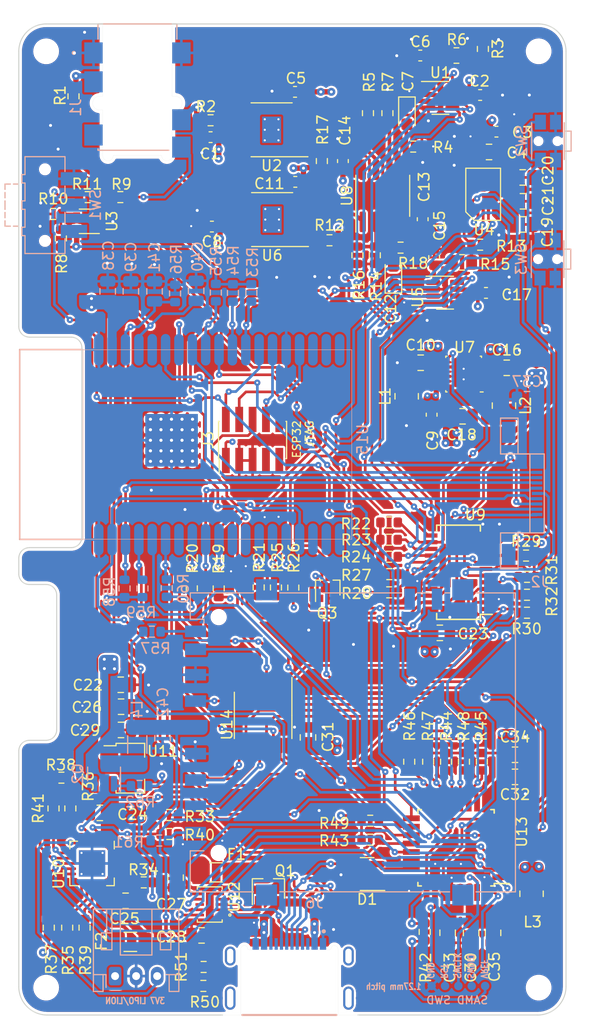
<source format=kicad_pcb>
(kicad_pcb (version 20221018) (generator pcbnew)

  (general
    (thickness 1.566672)
  )

  (paper "A4")
  (layers
    (0 "F.Cu" signal)
    (1 "In1.Cu" signal)
    (2 "In2.Cu" signal)
    (31 "B.Cu" signal)
    (32 "B.Adhes" user "B.Adhesive")
    (33 "F.Adhes" user "F.Adhesive")
    (34 "B.Paste" user)
    (35 "F.Paste" user)
    (36 "B.SilkS" user "B.Silkscreen")
    (37 "F.SilkS" user "F.Silkscreen")
    (38 "B.Mask" user)
    (39 "F.Mask" user)
    (40 "Dwgs.User" user "User.Drawings")
    (41 "Cmts.User" user "User.Comments")
    (42 "Eco1.User" user "User.Eco1")
    (43 "Eco2.User" user "User.Eco2")
    (44 "Edge.Cuts" user)
    (45 "Margin" user)
    (46 "B.CrtYd" user "B.Courtyard")
    (47 "F.CrtYd" user "F.Courtyard")
    (48 "B.Fab" user)
    (49 "F.Fab" user)
    (50 "User.1" user)
    (51 "User.2" user)
    (52 "User.3" user)
    (53 "User.4" user)
    (54 "User.5" user)
    (55 "User.6" user)
    (56 "User.7" user)
    (57 "User.8" user)
    (58 "User.9" user)
  )

  (setup
    (stackup
      (layer "F.SilkS" (type "Top Silk Screen") (color "White"))
      (layer "F.Paste" (type "Top Solder Paste"))
      (layer "F.Mask" (type "Top Solder Mask") (color "Purple") (thickness 0.0254))
      (layer "F.Cu" (type "copper") (thickness 0.04318))
      (layer "dielectric 1" (type "prepreg") (thickness 0.202184) (material "FR408-HR") (epsilon_r 3.69) (loss_tangent 0.0091))
      (layer "In1.Cu" (type "copper") (thickness 0.017272))
      (layer "dielectric 2" (type "core") (thickness 0.9906) (material "FR408-HR") (epsilon_r 3.69) (loss_tangent 0.0091))
      (layer "In2.Cu" (type "copper") (thickness 0.017272))
      (layer "dielectric 3" (type "prepreg") (thickness 0.202184) (material "FR408-HR") (epsilon_r 3.69) (loss_tangent 0.0091))
      (layer "B.Cu" (type "copper") (thickness 0.04318))
      (layer "B.Mask" (type "Bottom Solder Mask") (color "Purple") (thickness 0.0254))
      (layer "B.Paste" (type "Bottom Solder Paste"))
      (layer "B.SilkS" (type "Bottom Silk Screen") (color "White"))
      (copper_finish "ENIG")
      (dielectric_constraints no)
    )
    (pad_to_mask_clearance 0.0508)
    (aux_axis_origin 117.25 51)
    (grid_origin 117.25 51)
    (pcbplotparams
      (layerselection 0x00010fc_ffffffff)
      (plot_on_all_layers_selection 0x0000000_00000000)
      (disableapertmacros false)
      (usegerberextensions true)
      (usegerberattributes true)
      (usegerberadvancedattributes true)
      (creategerberjobfile true)
      (dashed_line_dash_ratio 12.000000)
      (dashed_line_gap_ratio 3.000000)
      (svgprecision 6)
      (plotframeref false)
      (viasonmask false)
      (mode 1)
      (useauxorigin false)
      (hpglpennumber 1)
      (hpglpenspeed 20)
      (hpglpendiameter 15.000000)
      (dxfpolygonmode true)
      (dxfimperialunits true)
      (dxfusepcbnewfont true)
      (psnegative false)
      (psa4output false)
      (plotreference true)
      (plotvalue true)
      (plotinvisibletext false)
      (sketchpadsonfab false)
      (subtractmaskfromsilk false)
      (outputformat 1)
      (mirror false)
      (drillshape 0)
      (scaleselection 1)
      (outputdirectory "gerbers")
    )
  )

  (net 0 "")
  (net 1 "GND")
  (net 2 "/ESP_EN")
  (net 3 "BAT_LEVEL")
  (net 4 "SYS_POWER")
  (net 5 "USB.DP")
  (net 6 "USB.DN")
  (net 7 "~{3.5mm_DETECT}")
  (net 8 "/JTAG.TMS")
  (net 9 "/JTAG.TCK")
  (net 10 "/JTAG.TDO")
  (net 11 "/JTAG.TDI")
  (net 12 "/SWD.SWDIO")
  (net 13 "/SWD.SWCLK")
  (net 14 "/SWD.RESET")
  (net 15 "/Power/NTC")
  (net 16 "~{CHG_PWR_OK}")
  (net 17 "I2C.SCL")
  (net 18 "/Power/VBUS_RAW")
  (net 19 "I2C.SDA")
  (net 20 "ESP_SPI.PICO")
  (net 21 "/Peripherals/~{DISPLAY_RST}")
  (net 22 "ESP_SPI.SCLK")
  (net 23 "ESP_SPI.DISPLAY_CS")
  (net 24 "DISPLAY_LED_EN")
  (net 25 "DAC.SCK")
  (net 26 "/ESP_BOOT")
  (net 27 "~{SD_VDD_EN}")
  (net 28 "/UART.ESP.TX")
  (net 29 "ESP_SPI.POCI")
  (net 30 "DAC.DATA")
  (net 31 "DAC.BCK")
  (net 32 "ESP_SPI.SD_CS")
  (net 33 "DAC.LRCK")
  (net 34 "SAMD_SPI.POCI")
  (net 35 "/UART.ESP.RX")
  (net 36 "SAMD_SPI.CS")
  (net 37 "SAMD_SPI.PICO")
  (net 38 "/~{SAMD_INT}")
  (net 39 "SAMD_SPI.SCLK")
  (net 40 "CHG_SEL")
  (net 41 "AMP_EN")
  (net 42 "/Power/VBUS_SWITCHED")
  (net 43 "~{GPIO_INT}")
  (net 44 "USB_TCC0")
  (net 45 "USB_TCC1")
  (net 46 "KEY_LOCK")
  (net 47 "CHG_STAT1")
  (net 48 "CHG_STAT2")
  (net 49 "~{TOUCH_INT}")
  (net 50 "DISPLAY_DR")
  (net 51 "+3V3")
  (net 52 "+5VA")
  (net 53 "-5VA")
  (net 54 "KEY_VOL_UP")
  (net 55 "Net-(J7-Pin_1)")
  (net 56 "Net-(J1-Pad2)")
  (net 57 "Net-(J1-Pad3)")
  (net 58 "/Audio/TIP_SW")
  (net 59 "KEY_VOL_DOWN")
  (net 60 "Net-(J4-CD{slash}DAT3)")
  (net 61 "Net-(J4-CMD)")
  (net 62 "Net-(J4-CLK)")
  (net 63 "Net-(J4-DAT0)")
  (net 64 "Net-(J4-DAT1)")
  (net 65 "Net-(J4-DAT2)")
  (net 66 "unconnected-(J1-Pad6)")
  (net 67 "/Power/CC1")
  (net 68 "/Power/CC2")
  (net 69 "Net-(U1-A)")
  (net 70 "Net-(U1-W)")
  (net 71 "Net-(U8B-+)")
  (net 72 "Net-(U5-W)")
  (net 73 "Net-(U8A-+)")
  (net 74 "Net-(U5-A)")
  (net 75 "Net-(U4-VQ)")
  (net 76 "Net-(U4-FIL+)")
  (net 77 "Net-(U10-V_{BAT_SENSE})")
  (net 78 "~{VOL_ZCEN}")
  (net 79 "VOL_UP_~{DOWN}")
  (net 80 "~{VOL_R_CS}")
  (net 81 "~{VOL_L_CS}")
  (net 82 "Net-(U13-VDDCORE)")
  (net 83 "unconnected-(J3-UART_TX-Pad7)")
  (net 84 "unconnected-(J3-UART_RX-Pad9)")
  (net 85 "unconnected-(J3-nRst-Pad10)")
  (net 86 "unconnected-(J6-SBU1-PadA8)")
  (net 87 "unconnected-(J6-SBU2-PadB8)")
  (net 88 "Net-(#FLG0202-pwr)")
  (net 89 "Net-(U7-SWN)")
  (net 90 "Net-(U7-SWP)")
  (net 91 "Net-(Q2-D)")
  (net 92 "Net-(Q1-G)")
  (net 93 "Net-(U6-OUT)")
  (net 94 "Net-(U2-OUT)")
  (net 95 "Net-(U4-AOUTL)")
  (net 96 "Net-(U8B--)")
  (net 97 "Net-(U3--)")
  (net 98 "Net-(U3-+)")
  (net 99 "Net-(U6-BW)")
  (net 100 "Net-(U4-AOUTR)")
  (net 101 "Net-(U8A--)")
  (net 102 "Net-(U2-BW)")
  (net 103 "Net-(U14E-~{OE})")
  (net 104 "Net-(U14E-S)")
  (net 105 "Net-(U10-VPCC)")
  (net 106 "Net-(U10-CE)")
  (net 107 "Net-(U10-PROG3)")
  (net 108 "Net-(U10-PROG2)")
  (net 109 "Net-(U10-PROG1)")
  (net 110 "unconnected-(SW1-A-Pad1)")
  (net 111 "unconnected-(U2-NC-Pad2)")
  (net 112 "Net-(U2-IN)")
  (net 113 "unconnected-(U2-NC-Pad5)")
  (net 114 "unconnected-(U2-NC-Pad8)")
  (net 115 "unconnected-(U6-NC-Pad2)")
  (net 116 "Net-(U6-IN)")
  (net 117 "unconnected-(U6-NC-Pad5)")
  (net 118 "unconnected-(U6-NC-Pad8)")
  (net 119 "unconnected-(U9-IO0_6-Pad10)")
  (net 120 "unconnected-(U9-IO1_6-Pad19)")
  (net 121 "unconnected-(U9-IO1_7-Pad20)")
  (net 122 "unconnected-(U12-ORIENT-Pad8)")
  (net 123 "unconnected-(U12-SWMONI-Pad9)")
  (net 124 "unconnected-(U13-SERCOM3.1-Pad22)")
  (net 125 "unconnected-(U15-I39{slash}NOINT-Pad5)")
  (net 126 "unconnected-(U15-SHD{slash}SD2-Pad17)")
  (net 127 "unconnected-(U15-SWP{slash}SD3-Pad18)")
  (net 128 "unconnected-(U15-SCS{slash}CMD-Pad19)")
  (net 129 "unconnected-(U15-SCK{slash}CLK-Pad20)")
  (net 130 "unconnected-(U15-SDO{slash}SD0-Pad21)")
  (net 131 "unconnected-(U15-SDI{slash}SD1-Pad22)")
  (net 132 "unconnected-(U15-IO16-Pad27)")
  (net 133 "unconnected-(U15-IO17-Pad28)")
  (net 134 "unconnected-(U15-NC-Pad32)")
  (net 135 "Net-(#FLG0101-pwr)")
  (net 136 "Net-(#FLG0401-pwr)")

  (footprint "Package_TO_SOT_SMD:TSOT-23" (layer "F.Cu") (at 141.2 133.6 90))

  (footprint "Fuse:Fuse_1206_3216Metric" (layer "F.Cu") (at 128.1 138.65))

  (footprint "Resistor_SMD:R_0603_1608Metric" (layer "F.Cu") (at 141.936497 104.985071 90))

  (footprint "MountingHole:MountingHole_2.2mm_M2" (layer "F.Cu") (at 166.9 143))

  (footprint "Inductor_SMD:L_1008_2520Metric" (layer "F.Cu") (at 154.359495 86.82128 90))

  (footprint "Capacitor_SMD:C_0805_2012Metric" (layer "F.Cu") (at 125.2 126.4 180))

  (footprint "Resistor_SMD:R_0603_1608Metric" (layer "F.Cu") (at 122.7 58.325 90))

  (footprint "Resistor_SMD:R_0603_1608Metric" (layer "F.Cu") (at 122.1 137.3 -90))

  (footprint "Package_DFN_QFN:QFN-20-1EP_4x4mm_P0.5mm_EP2.5x2.5mm_ThermalVias" (layer "F.Cu") (at 124.4625 131.2 -90))

  (footprint "Package_TO_SOT_SMD:SOT-323_SC-70" (layer "F.Cu") (at 146.861116 105.015656 90))

  (footprint "Capacitor_SMD:C_0805_2012Metric" (layer "F.Cu") (at 127.65 134.75))

  (footprint "Capacitor_SMD:C_0603_1608Metric" (layer "F.Cu") (at 155.65 54.45 180))

  (footprint "Package_SO:SSOP-24_3.9x8.7mm_P0.635mm" (layer "F.Cu") (at 159.283585 103.539839 180))

  (footprint "Resistor_SMD:R_0603_1608Metric" (layer "F.Cu") (at 150.895998 127.14459))

  (footprint "Resistor_SMD:R_0603_1608Metric" (layer "F.Cu") (at 161.340564 72.419212 180))

  (footprint "Capacitor_SMD:C_0603_1608Metric" (layer "F.Cu") (at 156.730823 88.571527 -90))

  (footprint "Resistor_SMD:R_0603_1608Metric" (layer "F.Cu") (at 120.35 137.3 90))

  (footprint "Capacitor_SMD:C_0805_2012Metric" (layer "F.Cu") (at 165.406837 68.296512))

  (footprint "Capacitor_SMD:C_0805_2012Metric" (layer "F.Cu") (at 165.381837 66.031512))

  (footprint "Resistor_SMD:R_0603_1608Metric" (layer "F.Cu") (at 165.791164 107.382484 180))

  (footprint "Capacitor_SMD:C_0805_2012Metric" (layer "F.Cu") (at 127.188526 114.226014))

  (footprint "Resistor_SMD:R_0603_1608Metric" (layer "F.Cu") (at 135.725 60.6 180))

  (footprint "Resistor_SMD:R_0603_1608Metric" (layer "F.Cu") (at 152.683992 100.448918 180))

  (footprint "Capacitor_SMD:C_0805_2012Metric" (layer "F.Cu") (at 165.406837 70.496512))

  (footprint "Capacitor_SMD:C_0603_1608Metric" (layer "F.Cu") (at 155.88 70 90))

  (footprint "Resistor_SMD:R_0603_1608Metric" (layer "F.Cu") (at 152.689047 102.065251 180))

  (footprint "Resistor_SMD:R_0603_1608Metric" (layer "F.Cu") (at 121.55 123.05 180))

  (footprint "Capacitor_SMD:C_0603_1608Metric" (layer "F.Cu") (at 156.97 73.6 90))

  (footprint "Resistor_SMD:R_0603_1608Metric" (layer "F.Cu") (at 120.775 69.5))

  (footprint "Capacitor_SMD:C_0603_1608Metric" (layer "F.Cu") (at 135.725 62.205 180))

  (footprint "Resistor_SMD:R_0603_1608Metric" (layer "F.Cu") (at 152.707828 103.714918 180))

  (footprint "footprints:BD91N01NUX-E2" (layer "F.Cu") (at 135.6475 135.099874 180))

  (footprint "Capacitor_SMD:C_0603_1608Metric" (layer "F.Cu") (at 162.88925 61.681681))

  (footprint "Capacitor_SMD:C_0603_1608Metric" (layer "F.Cu") (at 135.85 70.7 180))

  (footprint "Resistor_SMD:R_0603_1608Metric" (layer "F.Cu") (at 123.75 137.3 -90))

  (footprint "Capacitor_SMD:C_0805_2012Metric" (layer "F.Cu") (at 158.250275 137.782994 90))

  (footprint "Resistor_SMD:R_0603_1608Metric" (layer "F.Cu") (at 120.8 125.975 -90))

  (footprint "Resistor_SMD:R_0603_1608Metric" (layer "F.Cu") (at 146.3 64.475 -90))

  (footprint "Resistor_SMD:R_0603_1608Metric" (layer "F.Cu") (at 153.78 72.7 180))

  (footprint "Resistor_SMD:R_0603_1608Metric" (layer "F.Cu") (at 127.15 67.9 180))

  (footprint "Capacitor_SMD:C_0603_1608Metric" (layer "F.Cu") (at 143.75 57.9 180))

  (footprint "Capacitor_SMD:C_0805_2012Metric" (layer "F.Cu") (at 132.4 132.55 -90))

  (footprint "Capacitor_SMD:C_0603_1608Metric" (layer "F.Cu")
    (tstamp 672b3d75-0607-4e60-b0a9-54
... [4064587 chars truncated]
</source>
